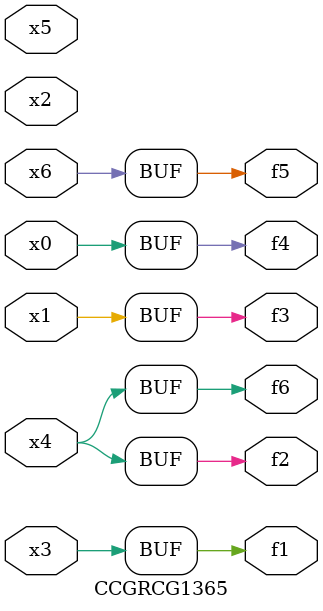
<source format=v>
module CCGRCG1365(
	input x0, x1, x2, x3, x4, x5, x6,
	output f1, f2, f3, f4, f5, f6
);
	assign f1 = x3;
	assign f2 = x4;
	assign f3 = x1;
	assign f4 = x0;
	assign f5 = x6;
	assign f6 = x4;
endmodule

</source>
